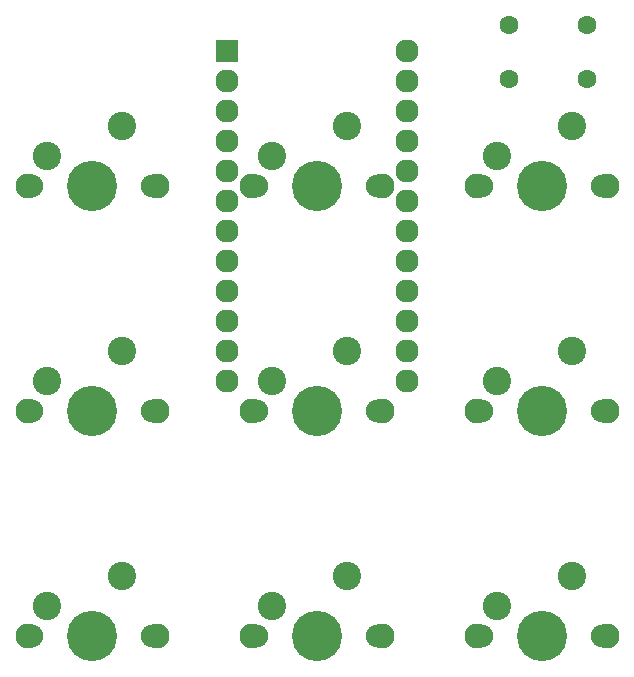
<source format=gbr>
%TF.GenerationSoftware,Altium Limited,Altium Designer,20.1.12 (249)*%
G04 Layer_Color=16711935*
%FSLAX26Y26*%
%MOIN*%
%TF.SameCoordinates,B967F61E-ED45-4387-9E05-25525081BA1A*%
%TF.FilePolarity,Negative*%
%TF.FileFunction,Soldermask,Bot*%
%TF.Part,Single*%
G01*
G75*
%TA.AperFunction,ComponentPad*%
%ADD21C,0.167449*%
%ADD22C,0.082803*%
%ADD23C,0.074929*%
%ADD24C,0.094614*%
%ADD25C,0.077016*%
%ADD26R,0.077016X0.077016*%
%ADD27C,0.063118*%
D21*
X399016Y375000D02*
D03*
Y1124213D02*
D03*
X1148465Y1123189D02*
D03*
X1897677D02*
D03*
X1148228Y375000D02*
D03*
X1897441D02*
D03*
X399016Y1873425D02*
D03*
X1148228D02*
D03*
X1897441D02*
D03*
D22*
X615551Y375000D02*
D03*
X182480D02*
D03*
Y1124213D02*
D03*
X615551D02*
D03*
X1365000Y1123189D02*
D03*
X931929D02*
D03*
X1681142D02*
D03*
X2114213D02*
D03*
X1364764Y375000D02*
D03*
X931693D02*
D03*
X1680905D02*
D03*
X2113976D02*
D03*
X615551Y1873425D02*
D03*
X182480D02*
D03*
X931693D02*
D03*
X1364764D02*
D03*
X2113976D02*
D03*
X1680905D02*
D03*
D23*
X599016Y375000D02*
D03*
X199016D02*
D03*
Y1124213D02*
D03*
X599016D02*
D03*
X1348465Y1123189D02*
D03*
X948465D02*
D03*
X1697677D02*
D03*
X2097677D02*
D03*
X1348228Y375000D02*
D03*
X948228D02*
D03*
X1697441D02*
D03*
X2097441D02*
D03*
X599016Y1873425D02*
D03*
X199016D02*
D03*
X948228D02*
D03*
X1348228D02*
D03*
X2097441D02*
D03*
X1697441D02*
D03*
D24*
X499016Y575000D02*
D03*
X249016Y475000D02*
D03*
Y1224213D02*
D03*
X499016Y1324213D02*
D03*
X1248465Y1323189D02*
D03*
X998465Y1223189D02*
D03*
X1747677D02*
D03*
X1997677Y1323189D02*
D03*
X1248228Y575000D02*
D03*
X998228Y475000D02*
D03*
X1747441D02*
D03*
X1997441Y575000D02*
D03*
X499016Y2073425D02*
D03*
X249016Y1973425D02*
D03*
X998228D02*
D03*
X1248228Y2073425D02*
D03*
X1997441D02*
D03*
X1747441Y1973425D02*
D03*
D25*
X1448854Y2124174D02*
D03*
Y1324174D02*
D03*
Y1724174D02*
D03*
Y1224174D02*
D03*
Y1524174D02*
D03*
Y1424174D02*
D03*
Y1924174D02*
D03*
Y1824174D02*
D03*
Y2224174D02*
D03*
Y2024174D02*
D03*
Y2324174D02*
D03*
Y1624174D02*
D03*
X848854Y1324174D02*
D03*
Y1724174D02*
D03*
Y2124174D02*
D03*
Y1224174D02*
D03*
Y1524174D02*
D03*
Y1424174D02*
D03*
Y1924174D02*
D03*
Y1824174D02*
D03*
Y2024174D02*
D03*
Y2224174D02*
D03*
Y1624174D02*
D03*
D26*
Y2324174D02*
D03*
D27*
X1788740Y2229291D02*
D03*
Y2410394D02*
D03*
X2048583Y2229291D02*
D03*
Y2410394D02*
D03*
%TF.MD5,ccc2a492e039473f25843b45e7722712*%
M02*

</source>
